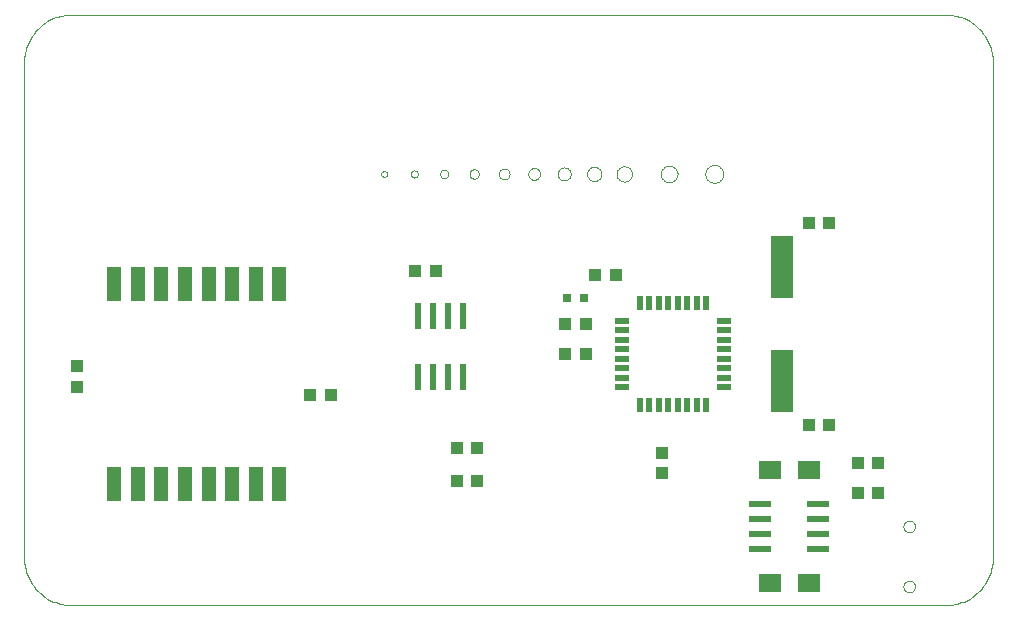
<source format=gtp>
G75*
G70*
%OFA0B0*%
%FSLAX24Y24*%
%IPPOS*%
%LPD*%
%AMOC8*
5,1,8,0,0,1.08239X$1,22.5*
%
%ADD10C,0.0000*%
%ADD11R,0.0433X0.0394*%
%ADD12R,0.0500X0.0220*%
%ADD13R,0.0220X0.0500*%
%ADD14R,0.0394X0.0433*%
%ADD15R,0.0780X0.0220*%
%ADD16R,0.0748X0.0630*%
%ADD17R,0.0240X0.0870*%
%ADD18R,0.0315X0.0315*%
%ADD19R,0.0512X0.1181*%
%ADD20R,0.0760X0.2100*%
D10*
X001725Y000150D02*
X030859Y000150D01*
X029453Y000775D02*
X029455Y000802D01*
X029461Y000829D01*
X029470Y000855D01*
X029483Y000879D01*
X029499Y000902D01*
X029518Y000921D01*
X029540Y000938D01*
X029564Y000952D01*
X029589Y000962D01*
X029616Y000969D01*
X029643Y000972D01*
X029671Y000971D01*
X029698Y000966D01*
X029724Y000958D01*
X029748Y000946D01*
X029771Y000930D01*
X029792Y000912D01*
X029809Y000891D01*
X029824Y000867D01*
X029835Y000842D01*
X029843Y000816D01*
X029847Y000789D01*
X029847Y000761D01*
X029843Y000734D01*
X029835Y000708D01*
X029824Y000683D01*
X029809Y000659D01*
X029792Y000638D01*
X029771Y000620D01*
X029749Y000604D01*
X029724Y000592D01*
X029698Y000584D01*
X029671Y000579D01*
X029643Y000578D01*
X029616Y000581D01*
X029589Y000588D01*
X029564Y000598D01*
X029540Y000612D01*
X029518Y000629D01*
X029499Y000648D01*
X029483Y000671D01*
X029470Y000695D01*
X029461Y000721D01*
X029455Y000748D01*
X029453Y000775D01*
X030859Y000150D02*
X030936Y000152D01*
X031013Y000158D01*
X031090Y000167D01*
X031166Y000180D01*
X031242Y000197D01*
X031316Y000218D01*
X031390Y000242D01*
X031462Y000270D01*
X031532Y000301D01*
X031601Y000336D01*
X031669Y000374D01*
X031734Y000415D01*
X031797Y000460D01*
X031858Y000508D01*
X031917Y000558D01*
X031973Y000611D01*
X032026Y000667D01*
X032076Y000726D01*
X032124Y000787D01*
X032169Y000850D01*
X032210Y000915D01*
X032248Y000983D01*
X032283Y001052D01*
X032314Y001122D01*
X032342Y001194D01*
X032366Y001268D01*
X032387Y001342D01*
X032404Y001418D01*
X032417Y001494D01*
X032426Y001571D01*
X032432Y001648D01*
X032434Y001725D01*
X032433Y001725D02*
X032433Y018260D01*
X032434Y018260D02*
X032432Y018337D01*
X032426Y018414D01*
X032417Y018491D01*
X032404Y018567D01*
X032387Y018643D01*
X032366Y018717D01*
X032342Y018791D01*
X032314Y018863D01*
X032283Y018933D01*
X032248Y019002D01*
X032210Y019070D01*
X032169Y019135D01*
X032124Y019198D01*
X032076Y019259D01*
X032026Y019318D01*
X031973Y019374D01*
X031917Y019427D01*
X031858Y019477D01*
X031797Y019525D01*
X031734Y019570D01*
X031669Y019611D01*
X031601Y019649D01*
X031532Y019684D01*
X031462Y019715D01*
X031390Y019743D01*
X031316Y019767D01*
X031242Y019788D01*
X031166Y019805D01*
X031090Y019818D01*
X031013Y019827D01*
X030936Y019833D01*
X030859Y019835D01*
X001725Y019835D01*
X001648Y019833D01*
X001571Y019827D01*
X001494Y019818D01*
X001418Y019805D01*
X001342Y019788D01*
X001268Y019767D01*
X001194Y019743D01*
X001122Y019715D01*
X001052Y019684D01*
X000983Y019649D01*
X000915Y019611D01*
X000850Y019570D01*
X000787Y019525D01*
X000726Y019477D01*
X000667Y019427D01*
X000611Y019374D01*
X000558Y019318D01*
X000508Y019259D01*
X000460Y019198D01*
X000415Y019135D01*
X000374Y019070D01*
X000336Y019002D01*
X000301Y018933D01*
X000270Y018863D01*
X000242Y018791D01*
X000218Y018717D01*
X000197Y018643D01*
X000180Y018567D01*
X000167Y018491D01*
X000158Y018414D01*
X000152Y018337D01*
X000150Y018260D01*
X000150Y001725D01*
X000152Y001648D01*
X000158Y001571D01*
X000167Y001494D01*
X000180Y001418D01*
X000197Y001342D01*
X000218Y001268D01*
X000242Y001194D01*
X000270Y001122D01*
X000301Y001052D01*
X000336Y000983D01*
X000374Y000915D01*
X000415Y000850D01*
X000460Y000787D01*
X000508Y000726D01*
X000558Y000667D01*
X000611Y000611D01*
X000667Y000558D01*
X000726Y000508D01*
X000787Y000460D01*
X000850Y000415D01*
X000915Y000374D01*
X000983Y000336D01*
X001052Y000301D01*
X001122Y000270D01*
X001194Y000242D01*
X001268Y000218D01*
X001342Y000197D01*
X001418Y000180D01*
X001494Y000167D01*
X001571Y000158D01*
X001648Y000152D01*
X001725Y000150D01*
X012052Y014525D02*
X012054Y014544D01*
X012059Y014563D01*
X012069Y014579D01*
X012081Y014594D01*
X012096Y014606D01*
X012112Y014616D01*
X012131Y014621D01*
X012150Y014623D01*
X012169Y014621D01*
X012188Y014616D01*
X012204Y014606D01*
X012219Y014594D01*
X012231Y014579D01*
X012241Y014563D01*
X012246Y014544D01*
X012248Y014525D01*
X012246Y014506D01*
X012241Y014487D01*
X012231Y014471D01*
X012219Y014456D01*
X012204Y014444D01*
X012188Y014434D01*
X012169Y014429D01*
X012150Y014427D01*
X012131Y014429D01*
X012112Y014434D01*
X012096Y014444D01*
X012081Y014456D01*
X012069Y014471D01*
X012059Y014487D01*
X012054Y014506D01*
X012052Y014525D01*
X013032Y014525D02*
X013034Y014546D01*
X013040Y014566D01*
X013049Y014586D01*
X013061Y014603D01*
X013076Y014617D01*
X013094Y014629D01*
X013114Y014637D01*
X013134Y014642D01*
X013155Y014643D01*
X013176Y014640D01*
X013196Y014634D01*
X013215Y014623D01*
X013232Y014610D01*
X013245Y014594D01*
X013256Y014576D01*
X013264Y014556D01*
X013268Y014536D01*
X013268Y014514D01*
X013264Y014494D01*
X013256Y014474D01*
X013245Y014456D01*
X013232Y014440D01*
X013215Y014427D01*
X013196Y014416D01*
X013176Y014410D01*
X013155Y014407D01*
X013134Y014408D01*
X013114Y014413D01*
X013094Y014421D01*
X013076Y014433D01*
X013061Y014447D01*
X013049Y014464D01*
X013040Y014484D01*
X013034Y014504D01*
X013032Y014525D01*
X014012Y014525D02*
X014014Y014548D01*
X014020Y014571D01*
X014030Y014592D01*
X014043Y014612D01*
X014059Y014629D01*
X014078Y014643D01*
X014099Y014653D01*
X014121Y014660D01*
X014144Y014663D01*
X014168Y014662D01*
X014190Y014657D01*
X014212Y014648D01*
X014232Y014636D01*
X014250Y014620D01*
X014264Y014602D01*
X014276Y014582D01*
X014284Y014560D01*
X014288Y014537D01*
X014288Y014513D01*
X014284Y014490D01*
X014276Y014468D01*
X014264Y014448D01*
X014250Y014430D01*
X014232Y014414D01*
X014212Y014402D01*
X014190Y014393D01*
X014168Y014388D01*
X014144Y014387D01*
X014121Y014390D01*
X014099Y014397D01*
X014078Y014407D01*
X014059Y014421D01*
X014043Y014438D01*
X014030Y014458D01*
X014020Y014479D01*
X014014Y014502D01*
X014012Y014525D01*
X014993Y014525D02*
X014995Y014550D01*
X015001Y014574D01*
X015010Y014596D01*
X015023Y014617D01*
X015039Y014636D01*
X015058Y014652D01*
X015079Y014665D01*
X015101Y014674D01*
X015125Y014680D01*
X015150Y014682D01*
X015175Y014680D01*
X015199Y014674D01*
X015221Y014665D01*
X015242Y014652D01*
X015261Y014636D01*
X015277Y014617D01*
X015290Y014596D01*
X015299Y014574D01*
X015305Y014550D01*
X015307Y014525D01*
X015305Y014500D01*
X015299Y014476D01*
X015290Y014454D01*
X015277Y014433D01*
X015261Y014414D01*
X015242Y014398D01*
X015221Y014385D01*
X015199Y014376D01*
X015175Y014370D01*
X015150Y014368D01*
X015125Y014370D01*
X015101Y014376D01*
X015079Y014385D01*
X015058Y014398D01*
X015039Y014414D01*
X015023Y014433D01*
X015010Y014454D01*
X015001Y014476D01*
X014995Y014500D01*
X014993Y014525D01*
X015973Y014525D02*
X015975Y014551D01*
X015981Y014577D01*
X015991Y014602D01*
X016004Y014625D01*
X016020Y014645D01*
X016040Y014663D01*
X016062Y014678D01*
X016085Y014690D01*
X016111Y014698D01*
X016137Y014702D01*
X016163Y014702D01*
X016189Y014698D01*
X016215Y014690D01*
X016239Y014678D01*
X016260Y014663D01*
X016280Y014645D01*
X016296Y014625D01*
X016309Y014602D01*
X016319Y014577D01*
X016325Y014551D01*
X016327Y014525D01*
X016325Y014499D01*
X016319Y014473D01*
X016309Y014448D01*
X016296Y014425D01*
X016280Y014405D01*
X016260Y014387D01*
X016238Y014372D01*
X016215Y014360D01*
X016189Y014352D01*
X016163Y014348D01*
X016137Y014348D01*
X016111Y014352D01*
X016085Y014360D01*
X016061Y014372D01*
X016040Y014387D01*
X016020Y014405D01*
X016004Y014425D01*
X015991Y014448D01*
X015981Y014473D01*
X015975Y014499D01*
X015973Y014525D01*
X016953Y014525D02*
X016955Y014552D01*
X016961Y014579D01*
X016970Y014605D01*
X016983Y014629D01*
X016999Y014652D01*
X017018Y014671D01*
X017040Y014688D01*
X017064Y014702D01*
X017089Y014712D01*
X017116Y014719D01*
X017143Y014722D01*
X017171Y014721D01*
X017198Y014716D01*
X017224Y014708D01*
X017248Y014696D01*
X017271Y014680D01*
X017292Y014662D01*
X017309Y014641D01*
X017324Y014617D01*
X017335Y014592D01*
X017343Y014566D01*
X017347Y014539D01*
X017347Y014511D01*
X017343Y014484D01*
X017335Y014458D01*
X017324Y014433D01*
X017309Y014409D01*
X017292Y014388D01*
X017271Y014370D01*
X017249Y014354D01*
X017224Y014342D01*
X017198Y014334D01*
X017171Y014329D01*
X017143Y014328D01*
X017116Y014331D01*
X017089Y014338D01*
X017064Y014348D01*
X017040Y014362D01*
X017018Y014379D01*
X016999Y014398D01*
X016983Y014421D01*
X016970Y014445D01*
X016961Y014471D01*
X016955Y014498D01*
X016953Y014525D01*
X017933Y014525D02*
X017935Y014554D01*
X017941Y014582D01*
X017950Y014610D01*
X017963Y014636D01*
X017980Y014659D01*
X017999Y014681D01*
X018021Y014700D01*
X018046Y014715D01*
X018072Y014728D01*
X018100Y014736D01*
X018128Y014741D01*
X018157Y014742D01*
X018186Y014739D01*
X018214Y014732D01*
X018241Y014722D01*
X018267Y014708D01*
X018290Y014691D01*
X018311Y014671D01*
X018329Y014648D01*
X018344Y014623D01*
X018355Y014596D01*
X018363Y014568D01*
X018367Y014539D01*
X018367Y014511D01*
X018363Y014482D01*
X018355Y014454D01*
X018344Y014427D01*
X018329Y014402D01*
X018311Y014379D01*
X018290Y014359D01*
X018267Y014342D01*
X018241Y014328D01*
X018214Y014318D01*
X018186Y014311D01*
X018157Y014308D01*
X018128Y014309D01*
X018100Y014314D01*
X018072Y014322D01*
X018046Y014335D01*
X018021Y014350D01*
X017999Y014369D01*
X017980Y014391D01*
X017963Y014414D01*
X017950Y014440D01*
X017941Y014468D01*
X017935Y014496D01*
X017933Y014525D01*
X018914Y014525D02*
X018916Y014555D01*
X018922Y014585D01*
X018931Y014614D01*
X018944Y014641D01*
X018961Y014666D01*
X018980Y014689D01*
X019003Y014710D01*
X019028Y014727D01*
X019054Y014741D01*
X019083Y014751D01*
X019112Y014758D01*
X019142Y014761D01*
X019173Y014760D01*
X019203Y014755D01*
X019232Y014746D01*
X019259Y014734D01*
X019285Y014719D01*
X019309Y014700D01*
X019330Y014678D01*
X019348Y014654D01*
X019363Y014627D01*
X019374Y014599D01*
X019382Y014570D01*
X019386Y014540D01*
X019386Y014510D01*
X019382Y014480D01*
X019374Y014451D01*
X019363Y014423D01*
X019348Y014396D01*
X019330Y014372D01*
X019309Y014350D01*
X019285Y014331D01*
X019259Y014316D01*
X019232Y014304D01*
X019203Y014295D01*
X019173Y014290D01*
X019142Y014289D01*
X019112Y014292D01*
X019083Y014299D01*
X019054Y014309D01*
X019028Y014323D01*
X019003Y014340D01*
X018980Y014361D01*
X018961Y014384D01*
X018944Y014409D01*
X018931Y014436D01*
X018922Y014465D01*
X018916Y014495D01*
X018914Y014525D01*
X019894Y014525D02*
X019896Y014556D01*
X019902Y014587D01*
X019911Y014617D01*
X019924Y014646D01*
X019941Y014673D01*
X019961Y014697D01*
X019983Y014719D01*
X020009Y014738D01*
X020036Y014754D01*
X020065Y014766D01*
X020095Y014775D01*
X020126Y014780D01*
X020158Y014781D01*
X020189Y014778D01*
X020220Y014771D01*
X020250Y014761D01*
X020278Y014747D01*
X020304Y014729D01*
X020328Y014709D01*
X020349Y014685D01*
X020368Y014660D01*
X020383Y014632D01*
X020394Y014603D01*
X020402Y014572D01*
X020406Y014541D01*
X020406Y014509D01*
X020402Y014478D01*
X020394Y014447D01*
X020383Y014418D01*
X020368Y014390D01*
X020349Y014365D01*
X020328Y014341D01*
X020304Y014321D01*
X020278Y014303D01*
X020250Y014289D01*
X020220Y014279D01*
X020189Y014272D01*
X020158Y014269D01*
X020126Y014270D01*
X020095Y014275D01*
X020065Y014284D01*
X020036Y014296D01*
X020009Y014312D01*
X019983Y014331D01*
X019961Y014353D01*
X019941Y014377D01*
X019924Y014404D01*
X019911Y014433D01*
X019902Y014463D01*
X019896Y014494D01*
X019894Y014525D01*
X021374Y014525D02*
X021376Y014558D01*
X021382Y014590D01*
X021391Y014621D01*
X021404Y014651D01*
X021421Y014679D01*
X021441Y014705D01*
X021464Y014729D01*
X021489Y014749D01*
X021517Y014767D01*
X021546Y014781D01*
X021577Y014791D01*
X021609Y014798D01*
X021642Y014801D01*
X021675Y014800D01*
X021707Y014795D01*
X021738Y014786D01*
X021769Y014774D01*
X021797Y014758D01*
X021824Y014739D01*
X021848Y014717D01*
X021869Y014692D01*
X021888Y014665D01*
X021903Y014636D01*
X021914Y014606D01*
X021922Y014574D01*
X021926Y014541D01*
X021926Y014509D01*
X021922Y014476D01*
X021914Y014444D01*
X021903Y014414D01*
X021888Y014385D01*
X021869Y014358D01*
X021848Y014333D01*
X021824Y014311D01*
X021797Y014292D01*
X021769Y014276D01*
X021738Y014264D01*
X021707Y014255D01*
X021675Y014250D01*
X021642Y014249D01*
X021609Y014252D01*
X021577Y014259D01*
X021546Y014269D01*
X021517Y014283D01*
X021489Y014301D01*
X021464Y014321D01*
X021441Y014345D01*
X021421Y014371D01*
X021404Y014399D01*
X021391Y014429D01*
X021382Y014460D01*
X021376Y014492D01*
X021374Y014525D01*
X022855Y014525D02*
X022857Y014559D01*
X022863Y014593D01*
X022873Y014626D01*
X022886Y014657D01*
X022904Y014687D01*
X022924Y014715D01*
X022948Y014740D01*
X022974Y014762D01*
X023002Y014780D01*
X023033Y014796D01*
X023065Y014808D01*
X023099Y014816D01*
X023133Y014820D01*
X023167Y014820D01*
X023201Y014816D01*
X023235Y014808D01*
X023267Y014796D01*
X023297Y014780D01*
X023326Y014762D01*
X023352Y014740D01*
X023376Y014715D01*
X023396Y014687D01*
X023414Y014657D01*
X023427Y014626D01*
X023437Y014593D01*
X023443Y014559D01*
X023445Y014525D01*
X023443Y014491D01*
X023437Y014457D01*
X023427Y014424D01*
X023414Y014393D01*
X023396Y014363D01*
X023376Y014335D01*
X023352Y014310D01*
X023326Y014288D01*
X023298Y014270D01*
X023267Y014254D01*
X023235Y014242D01*
X023201Y014234D01*
X023167Y014230D01*
X023133Y014230D01*
X023099Y014234D01*
X023065Y014242D01*
X023033Y014254D01*
X023002Y014270D01*
X022974Y014288D01*
X022948Y014310D01*
X022924Y014335D01*
X022904Y014363D01*
X022886Y014393D01*
X022873Y014424D01*
X022863Y014457D01*
X022857Y014491D01*
X022855Y014525D01*
X029453Y002775D02*
X029455Y002802D01*
X029461Y002829D01*
X029470Y002855D01*
X029483Y002879D01*
X029499Y002902D01*
X029518Y002921D01*
X029540Y002938D01*
X029564Y002952D01*
X029589Y002962D01*
X029616Y002969D01*
X029643Y002972D01*
X029671Y002971D01*
X029698Y002966D01*
X029724Y002958D01*
X029748Y002946D01*
X029771Y002930D01*
X029792Y002912D01*
X029809Y002891D01*
X029824Y002867D01*
X029835Y002842D01*
X029843Y002816D01*
X029847Y002789D01*
X029847Y002761D01*
X029843Y002734D01*
X029835Y002708D01*
X029824Y002683D01*
X029809Y002659D01*
X029792Y002638D01*
X029771Y002620D01*
X029749Y002604D01*
X029724Y002592D01*
X029698Y002584D01*
X029671Y002579D01*
X029643Y002578D01*
X029616Y002581D01*
X029589Y002588D01*
X029564Y002598D01*
X029540Y002612D01*
X029518Y002629D01*
X029499Y002648D01*
X029483Y002671D01*
X029470Y002695D01*
X029461Y002721D01*
X029455Y002748D01*
X029453Y002775D01*
D11*
X028610Y003900D03*
X027940Y003900D03*
X027940Y004900D03*
X028610Y004900D03*
X026985Y006150D03*
X026315Y006150D03*
X018860Y008525D03*
X018190Y008525D03*
X018190Y009525D03*
X018860Y009525D03*
X019190Y011150D03*
X019860Y011150D03*
X013860Y011275D03*
X013190Y011275D03*
X010360Y007150D03*
X009690Y007150D03*
X014565Y005400D03*
X015235Y005400D03*
X015235Y004275D03*
X014565Y004275D03*
X026315Y012900D03*
X026985Y012900D03*
D12*
X023465Y009627D03*
X023465Y009312D03*
X023465Y008997D03*
X023465Y008682D03*
X023465Y008368D03*
X023465Y008053D03*
X023465Y007738D03*
X023465Y007423D03*
X020085Y007423D03*
X020085Y007738D03*
X020085Y008053D03*
X020085Y008368D03*
X020085Y008682D03*
X020085Y008997D03*
X020085Y009312D03*
X020085Y009627D03*
D13*
X020673Y010215D03*
X020988Y010215D03*
X021303Y010215D03*
X021618Y010215D03*
X021932Y010215D03*
X022247Y010215D03*
X022562Y010215D03*
X022877Y010215D03*
X022877Y006835D03*
X022562Y006835D03*
X022247Y006835D03*
X021932Y006835D03*
X021618Y006835D03*
X021303Y006835D03*
X020988Y006835D03*
X020673Y006835D03*
D14*
X021400Y005235D03*
X021400Y004565D03*
X001900Y007440D03*
X001900Y008110D03*
D15*
X024680Y003525D03*
X024680Y003025D03*
X024680Y002525D03*
X024680Y002025D03*
X026620Y002025D03*
X026620Y002525D03*
X026620Y003025D03*
X026620Y003525D03*
D16*
X026300Y004650D03*
X025000Y004650D03*
X025000Y000900D03*
X026300Y000900D03*
D17*
X014775Y007745D03*
X014275Y007745D03*
X013775Y007745D03*
X013275Y007745D03*
X013275Y009805D03*
X013775Y009805D03*
X014275Y009805D03*
X014775Y009805D03*
D18*
X018230Y010400D03*
X018820Y010400D03*
D19*
X008656Y010871D03*
X007869Y010871D03*
X007081Y010871D03*
X006294Y010871D03*
X005506Y010871D03*
X004719Y010871D03*
X003931Y010871D03*
X003144Y010871D03*
X003144Y004179D03*
X003931Y004179D03*
X004719Y004179D03*
X005506Y004179D03*
X006294Y004179D03*
X007081Y004179D03*
X007869Y004179D03*
X008656Y004179D03*
D20*
X025400Y007625D03*
X025400Y011425D03*
M02*

</source>
